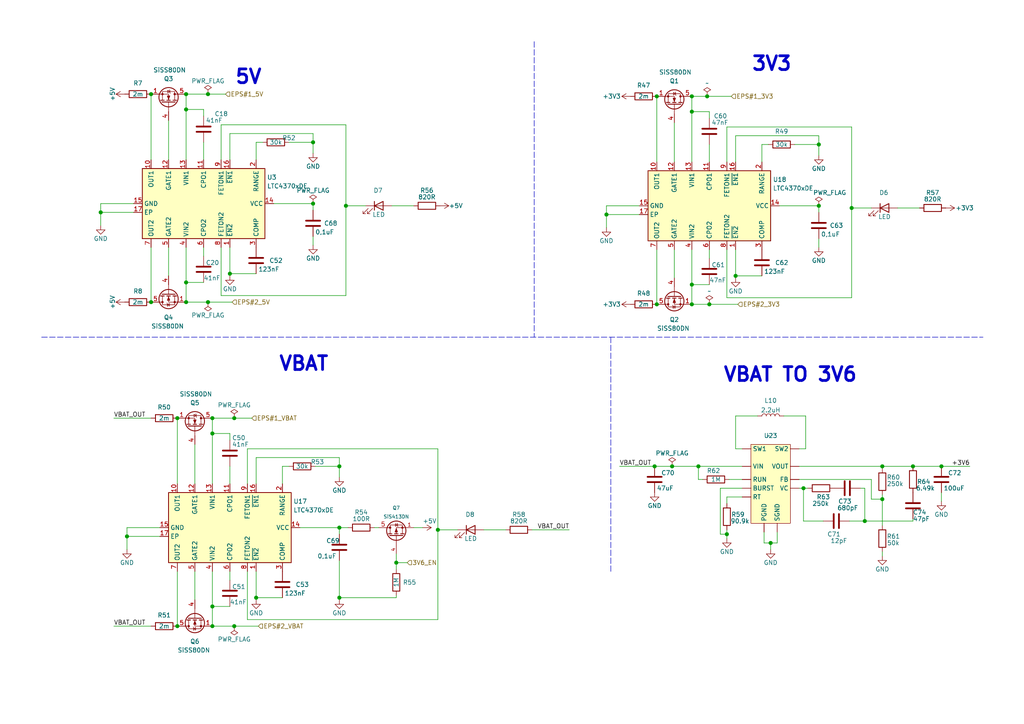
<source format=kicad_sch>
(kicad_sch (version 20210621) (generator eeschema)
  (paper "A4")
  (lib_symbols
    (symbol "Device:C" (pin_numbers hide) (pin_names (offset 0.254))
      (property "Reference" "C" (at 0.635 2.54 0))
      (property "Value" "C" (at 0.635 -2.54 0))
      (symbol "C_0_1"
        (polyline (pts (xy -2.032 -0.762) (xy 2.032 -0.762)) (stroke (width 0.508)))
        (polyline (pts (xy -2.032 0.762) (xy 2.032 0.762)) (stroke (width 0.508)))
      )
      (symbol "C_1_1"
        (pin passive line (at 0 3.81 270) (length 2.794) (name "~") (number "1"))
        (pin passive line (at 0 -3.81 90) (length 2.794) (name "~") (number "2"))
      )
    )
    (symbol "Device:L" (pin_numbers hide) (pin_names (offset 1.016) hide)
      (property "Reference" "L" (at -1.27 0 90))
      (property "Value" "L" (at 1.905 0 90))
      (symbol "L_0_1"
        (arc (start 0 -2.54) (end 0 -1.27) (radius (at 0 -1.905) (length 0.635) (angles -89.9 89.9)))
        (arc (start 0 -1.27) (end 0 0) (radius (at 0 -0.635) (length 0.635) (angles -89.9 89.9)))
        (arc (start 0 0) (end 0 1.27) (radius (at 0 0.635) (length 0.635) (angles -89.9 89.9)))
        (arc (start 0 1.27) (end 0 2.54) (radius (at 0 1.905) (length 0.635) (angles -89.9 89.9)))
      )
      (symbol "L_1_1"
        (pin passive line (at 0 3.81 270) (length 1.27) (name "1") (number "1"))
        (pin passive line (at 0 -3.81 90) (length 1.27) (name "2") (number "2"))
      )
    )
    (symbol "Device:LED" (pin_numbers hide) (pin_names (offset 1.016) hide)
      (property "Reference" "D" (at 0 2.54 0))
      (property "Value" "LED" (at 0 -2.54 0))
      (symbol "LED_0_1"
        (polyline (pts (xy -1.27 -1.27) (xy -1.27 1.27)) (stroke (width 0.254)))
        (polyline (pts (xy -1.27 0) (xy 1.27 0)))
        (polyline (pts (xy 1.27 -1.27) (xy 1.27 1.27) (xy -1.27 0) (xy 1.27 -1.27)) (stroke (width 0.254)))
        (polyline (pts (xy -3.048 -0.762) (xy -4.572 -2.286) (xy -3.81 -2.286) (xy -4.572 -2.286) (xy -4.572 -1.524)))
        (polyline (pts (xy -1.778 -0.762) (xy -3.302 -2.286) (xy -2.54 -2.286) (xy -3.302 -2.286) (xy -3.302 -1.524)))
      )
      (symbol "LED_1_1"
        (pin passive line (at -3.81 0 0) (length 2.54) (name "K") (number "1"))
        (pin passive line (at 3.81 0 180) (length 2.54) (name "A") (number "2"))
      )
    )
    (symbol "Device:R" (pin_numbers hide) (pin_names (offset 0))
      (property "Reference" "R" (at 2.032 0 90))
      (property "Value" "R" (at 0 0 90))
      (symbol "R_0_1"
        (rectangle (start -1.016 -2.54) (end 1.016 2.54) (stroke (width 0.254)))
      )
      (symbol "R_1_1"
        (pin passive line (at 0 3.81 270) (length 1.27) (name "~") (number "1"))
        (pin passive line (at 0 -3.81 90) (length 1.27) (name "~") (number "2"))
      )
    )
    (symbol "Power_Management:LTC4370xDE"
      (property "Reference" "U" (at -8.89 19.05 0))
      (property "Value" "LTC4370xDE" (at 7.62 19.05 0))
      (symbol "LTC4370xDE_0_1"
        (rectangle (start -10.16 17.78) (end 10.16 -17.78) (stroke (width 0.254)) (fill (type background)))
      )
      (symbol "LTC4370xDE_1_1"
        (pin input line (at 12.7 7.62 180) (length 2.54) (name "~{EN2}") (number "1"))
        (pin input line (at -12.7 -15.24 0) (length 2.54) (name "OUT1") (number "10"))
        (pin passive line (at -12.7 0 0) (length 2.54) (name "CPO1") (number "11"))
        (pin output line (at -12.7 -10.16 0) (length 2.54) (name "GATE1") (number "12"))
        (pin power_in line (at -12.7 -5.08 0) (length 2.54) (name "VIN1") (number "13"))
        (pin power_in line (at 0 20.32 270) (length 2.54) (name "VCC") (number "14"))
        (pin power_in line (at 0 -20.32 90) (length 2.54) (name "GND") (number "15"))
        (pin input line (at -12.7 7.62 0) (length 2.54) (name "~{EN1}") (number "16"))
        (pin passive line (at 2.54 -20.32 90) (length 2.54) (name "EP") (number "17"))
        (pin passive line (at -12.7 15.24 0) (length 2.54) (name "RANGE") (number "2"))
        (pin passive line (at 12.7 15.24 180) (length 2.54) (name "COMP") (number "3"))
        (pin power_in line (at 12.7 -5.08 180) (length 2.54) (name "VIN2") (number "4"))
        (pin output line (at 12.7 -10.16 180) (length 2.54) (name "GATE2") (number "5"))
        (pin passive line (at 12.7 0 180) (length 2.54) (name "CPO2") (number "6"))
        (pin input line (at 12.7 -15.24 180) (length 2.54) (name "OUT2") (number "7"))
        (pin open_collector line (at 12.7 5.08 180) (length 2.54) (name "FETON2") (number "8"))
        (pin open_collector line (at -12.7 5.08 0) (length 2.54) (name "FETON1") (number "9"))
      )
    )
    (symbol "TCY_transistors:SiS413DN" (pin_names hide)
      (property "Reference" "Q" (at 8.89 2.54 0))
      (property "Value" "SiS413DN" (at 8.89 0 0))
      (symbol "SiS413DN_0_1"
        (circle (center -0.889 0) (radius 2.794) (stroke (width 0.254)))
        (circle (center 0 -1.778) (radius 0.254) (fill (type outline)))
        (circle (center 0 1.778) (radius 0.254) (fill (type outline)))
        (polyline (pts (xy -2.286 0) (xy -5.08 0)))
        (polyline (pts (xy -2.286 1.905) (xy -2.286 -1.905)) (stroke (width 0.254)))
        (polyline (pts (xy -1.778 -1.27) (xy -1.778 -2.286)) (stroke (width 0.254)))
        (polyline (pts (xy -1.778 0.508) (xy -1.778 -0.508)) (stroke (width 0.254)))
        (polyline (pts (xy -1.778 2.286) (xy -1.778 1.27)) (stroke (width 0.254)))
        (polyline (pts (xy 0 2.54) (xy 0 1.778)))
        (polyline (pts (xy 0 -2.54) (xy 0 0) (xy -1.778 0)))
        (polyline (pts (xy -1.778 1.778) (xy 0.762 1.778) (xy 0.762 -1.778) (xy -1.778 -1.778)))
        (polyline (pts (xy 0.254 -0.508) (xy 0.381 -0.381) (xy 1.143 -0.381) (xy 1.27 -0.254)))
        (polyline (pts (xy 0.762 -0.381) (xy 0.381 0.254) (xy 1.143 0.254) (xy 0.762 -0.381)))
        (polyline (pts (xy -0.254 0) (xy -1.27 0.381) (xy -1.27 -0.381) (xy -0.254 0)) (fill (type outline)))
      )
      (symbol "SiS413DN_1_1"
        (pin passive line (at 0 -5.08 90) (length 2.54) (name "S") (number "1"))
        (pin passive line (at 0 -5.08 90) (length 2.54) hide (name "S") (number "2"))
        (pin passive line (at 0 -5.08 90) (length 2.54) hide (name "S") (number "3"))
        (pin passive line (at -7.62 0 0) (length 2.54) (name "G") (number "4"))
        (pin passive line (at 0 5.08 270) (length 2.54) (name "D") (number "5"))
      )
    )
    (symbol "Transistor_FET:SiS454DN" (pin_names hide)
      (property "Reference" "Q" (at 5.08 1.905 0))
      (property "Value" "SiS454DN" (at 5.08 0 0))
      (symbol "SiS454DN_0_1"
        (circle (center 1.651 0) (radius 2.794) (stroke (width 0.254)))
        (circle (center 2.54 -1.778) (radius 0.254) (fill (type outline)))
        (circle (center 2.54 1.778) (radius 0.254) (fill (type outline)))
        (polyline (pts (xy 0.254 0) (xy -2.54 0)))
        (polyline (pts (xy 0.254 1.905) (xy 0.254 -1.905)) (stroke (width 0.254)))
        (polyline (pts (xy 0.762 -1.27) (xy 0.762 -2.286)) (stroke (width 0.254)))
        (polyline (pts (xy 0.762 0.508) (xy 0.762 -0.508)) (stroke (width 0.254)))
        (polyline (pts (xy 0.762 2.286) (xy 0.762 1.27)) (stroke (width 0.254)))
        (polyline (pts (xy 2.54 2.54) (xy 2.54 1.778)))
        (polyline (pts (xy 2.54 -2.54) (xy 2.54 0) (xy 0.762 0)))
        (polyline (pts (xy 0.762 -1.778) (xy 3.302 -1.778) (xy 3.302 1.778) (xy 0.762 1.778)))
        (polyline (pts (xy 2.794 0.508) (xy 2.921 0.381) (xy 3.683 0.381) (xy 3.81 0.254)))
        (polyline (pts (xy 3.302 0.381) (xy 2.921 -0.254) (xy 3.683 -0.254) (xy 3.302 0.381)))
        (polyline (pts (xy 1.016 0) (xy 2.032 0.381) (xy 2.032 -0.381) (xy 1.016 0)) (fill (type outline)))
      )
      (symbol "SiS454DN_1_1"
        (pin passive line (at 2.54 -5.08 90) (length 2.54) (name "S") (number "1"))
        (pin passive line (at 2.54 -5.08 90) (length 2.54) hide (name "S") (number "2"))
        (pin passive line (at 2.54 -5.08 90) (length 2.54) hide (name "S") (number "3"))
        (pin input line (at -5.08 0 0) (length 2.54) (name "G") (number "4"))
        (pin passive line (at 2.54 5.08 270) (length 2.54) (name "D") (number "5"))
      )
    )
    (symbol "comm:LTC3113"
      (property "Reference" "U" (at 0 17.78 0))
      (property "Value" "LTC3113" (at 0 15.24 0))
      (symbol "LTC3113_0_1"
        (rectangle (start 6.35 -10.16) (end -5.08 12.7) (stroke (width 0.1524)) (fill (type background)))
      )
      (symbol "LTC3113_1_1"
        (pin input line (at -7.62 0 0) (length 2.54) (name "BURST") (number ""))
        (pin input line (at 8.89 2.54 180) (length 2.54) (name "FB") (number ""))
        (pin power_out line (at -1.27 -12.7 90) (length 2.54) (name "PGND") (number ""))
        (pin input line (at -7.62 -2.54 0) (length 2.54) (name "RT") (number ""))
        (pin input line (at -7.62 2.54 0) (length 2.54) (name "RUN") (number ""))
        (pin power_out line (at 2.54 -12.7 90) (length 2.54) (name "SGND") (number ""))
        (pin input line (at -7.62 11.43 0) (length 2.54) (name "SW1") (number ""))
        (pin input line (at 8.89 11.43 180) (length 2.54) (name "SW2") (number ""))
        (pin input line (at 8.89 0 180) (length 2.54) (name "VC") (number ""))
        (pin power_in line (at -7.62 6.35 0) (length 2.54) (name "VIN") (number ""))
        (pin power_out line (at 8.89 6.35 180) (length 2.54) (name "VOUT") (number ""))
      )
    )
    (symbol "power:+3V3" (power) (pin_names (offset 0))
      (property "Value" "+3V3" (at 0 3.556 0))
      (symbol "+3V3_0_1"
        (polyline (pts (xy -0.762 1.27) (xy 0 2.54)))
        (polyline (pts (xy 0 0) (xy 0 2.54)))
        (polyline (pts (xy 0 2.54) (xy 0.762 1.27)))
      )
      (symbol "+3V3_1_1"
        (pin power_in line (at 0 0 90) (length 0) hide (name "+3V3") (number "1"))
      )
    )
    (symbol "power:+5V" (power) (pin_names (offset 0))
      (property "Value" "+5V" (at 0 3.556 0))
      (symbol "+5V_0_1"
        (polyline (pts (xy -0.762 1.27) (xy 0 2.54)))
        (polyline (pts (xy 0 0) (xy 0 2.54)))
        (polyline (pts (xy 0 2.54) (xy 0.762 1.27)))
      )
      (symbol "+5V_1_1"
        (pin power_in line (at 0 0 90) (length 0) hide (name "+5V") (number "1"))
      )
    )
    (symbol "power:GND" (power) (pin_names (offset 0))
      (property "Value" "GND" (at 0 -3.81 0))
      (symbol "GND_0_1"
        (polyline (pts (xy 0 0) (xy 0 -1.27) (xy 1.27 -1.27) (xy 0 -2.54) (xy -1.27 -1.27) (xy 0 -1.27)))
      )
      (symbol "GND_1_1"
        (pin power_in line (at 0 0 270) (length 0) hide (name "GND") (number "1"))
      )
    )
    (symbol "power:PWR_FLAG" (power) (pin_numbers hide) (pin_names (offset 0) hide)
      (property "Value" "PWR_FLAG" (at 0 3.81 0))
      (symbol "PWR_FLAG_0_0"
        (pin power_out line (at 0 0 90) (length 0) (name "pwr") (number "1"))
      )
      (symbol "PWR_FLAG_0_1"
        (polyline (pts (xy 0 0) (xy 0 1.27) (xy -1.016 1.905) (xy 0 2.54) (xy 1.016 1.905) (xy 0 1.27)))
      )
    )
  )
  (junction (at 29.21 61.595) (diameter 1.016))
  (junction (at 36.83 155.575) (diameter 1.016))
  (junction (at 43.815 27.305) (diameter 1.016))
  (junction (at 43.815 87.63) (diameter 1.016))
  (junction (at 51.435 121.285) (diameter 1.016))
  (junction (at 51.435 181.61) (diameter 1.016))
  (junction (at 53.975 27.305) (diameter 1.016))
  (junction (at 53.975 31.75) (diameter 1.016))
  (junction (at 53.975 81.915) (diameter 1.016))
  (junction (at 53.975 87.63) (diameter 1.016))
  (junction (at 60.325 27.305) (diameter 1.016))
  (junction (at 60.325 87.63) (diameter 1.016))
  (junction (at 61.595 121.285) (diameter 1.016))
  (junction (at 61.595 125.73) (diameter 1.016))
  (junction (at 61.595 175.895) (diameter 1.016))
  (junction (at 61.595 181.61) (diameter 1.016))
  (junction (at 66.675 79.375) (diameter 1.016))
  (junction (at 67.945 121.285) (diameter 1.016))
  (junction (at 67.945 181.61) (diameter 1.016))
  (junction (at 74.295 173.355) (diameter 1.016))
  (junction (at 90.805 41.275) (diameter 1.016))
  (junction (at 90.805 59.055) (diameter 1.016))
  (junction (at 98.425 135.255) (diameter 1.016))
  (junction (at 98.425 153.035) (diameter 1.016))
  (junction (at 98.425 173.355) (diameter 1.016))
  (junction (at 100.33 59.69) (diameter 1.016))
  (junction (at 114.935 163.195) (diameter 1.016))
  (junction (at 127 153.67) (diameter 1.016))
  (junction (at 175.895 62.23) (diameter 1.016))
  (junction (at 189.865 135.255) (diameter 1.016))
  (junction (at 190.5 27.94) (diameter 1.016))
  (junction (at 190.5 88.265) (diameter 1.016))
  (junction (at 194.945 135.255) (diameter 1.016))
  (junction (at 200.66 27.94) (diameter 1.016))
  (junction (at 200.66 32.385) (diameter 1.016))
  (junction (at 200.66 82.55) (diameter 1.016))
  (junction (at 200.66 88.265) (diameter 1.016))
  (junction (at 202.565 135.255) (diameter 1.016))
  (junction (at 205.105 27.94) (diameter 1.016))
  (junction (at 205.74 88.265) (diameter 1.016))
  (junction (at 210.82 154.94) (diameter 1.016))
  (junction (at 213.36 80.01) (diameter 1.016))
  (junction (at 223.52 157.48) (diameter 1.016))
  (junction (at 233.045 141.605) (diameter 1.016))
  (junction (at 237.49 41.91) (diameter 1.016))
  (junction (at 237.49 59.69) (diameter 1.016))
  (junction (at 247.015 60.325) (diameter 1.016))
  (junction (at 250.825 151.13) (diameter 1.016))
  (junction (at 255.905 135.255) (diameter 1.016))
  (junction (at 255.905 144.78) (diameter 1.016))
  (junction (at 264.795 135.255) (diameter 1.016))
  (junction (at 273.05 135.255) (diameter 1.016))
  (wire (pts (xy 29.21 59.055) (xy 29.21 61.595)))
  (wire (pts (xy 29.21 61.595) (xy 29.21 65.405)))
  (wire (pts (xy 33.02 121.285) (xy 43.815 121.285)))
  (wire (pts (xy 33.02 181.61) (xy 43.815 181.61)))
  (wire (pts (xy 36.83 153.035) (xy 36.83 155.575)))
  (wire (pts (xy 36.83 155.575) (xy 36.83 159.385)))
  (wire (pts (xy 38.735 59.055) (xy 29.21 59.055)))
  (wire (pts (xy 38.735 61.595) (xy 29.21 61.595)))
  (wire (pts (xy 43.815 27.305) (xy 43.815 46.355)))
  (wire (pts (xy 43.815 71.755) (xy 43.815 87.63)))
  (wire (pts (xy 46.355 153.035) (xy 36.83 153.035)))
  (wire (pts (xy 46.355 155.575) (xy 36.83 155.575)))
  (wire (pts (xy 48.895 34.925) (xy 48.895 46.355)))
  (wire (pts (xy 48.895 71.755) (xy 48.895 80.01)))
  (wire (pts (xy 51.435 121.285) (xy 51.435 140.335)))
  (wire (pts (xy 51.435 165.735) (xy 51.435 181.61)))
  (wire (pts (xy 53.975 27.305) (xy 53.975 31.75)))
  (wire (pts (xy 53.975 27.305) (xy 60.325 27.305)))
  (wire (pts (xy 53.975 31.75) (xy 53.975 46.355)))
  (wire (pts (xy 53.975 71.755) (xy 53.975 81.915)))
  (wire (pts (xy 53.975 81.915) (xy 53.975 87.63)))
  (wire (pts (xy 53.975 81.915) (xy 59.055 81.915)))
  (wire (pts (xy 53.975 87.63) (xy 60.325 87.63)))
  (wire (pts (xy 56.515 128.905) (xy 56.515 140.335)))
  (wire (pts (xy 56.515 165.735) (xy 56.515 173.99)))
  (wire (pts (xy 59.055 31.75) (xy 53.975 31.75)))
  (wire (pts (xy 59.055 33.655) (xy 59.055 31.75)))
  (wire (pts (xy 59.055 41.275) (xy 59.055 46.355)))
  (wire (pts (xy 59.055 71.755) (xy 59.055 74.295)))
  (wire (pts (xy 60.325 27.305) (xy 65.405 27.305)))
  (wire (pts (xy 60.325 87.63) (xy 67.31 87.63)))
  (wire (pts (xy 61.595 121.285) (xy 61.595 125.73)))
  (wire (pts (xy 61.595 121.285) (xy 67.945 121.285)))
  (wire (pts (xy 61.595 125.73) (xy 61.595 140.335)))
  (wire (pts (xy 61.595 165.735) (xy 61.595 175.895)))
  (wire (pts (xy 61.595 175.895) (xy 61.595 181.61)))
  (wire (pts (xy 61.595 175.895) (xy 66.675 175.895)))
  (wire (pts (xy 61.595 181.61) (xy 67.945 181.61)))
  (wire (pts (xy 64.135 36.195) (xy 64.135 46.355)))
  (wire (pts (xy 64.135 36.195) (xy 100.33 36.195)))
  (wire (pts (xy 64.135 71.755) (xy 64.135 85.725)))
  (wire (pts (xy 64.135 85.725) (xy 100.33 85.725)))
  (wire (pts (xy 66.675 38.735) (xy 66.675 46.355)))
  (wire (pts (xy 66.675 38.735) (xy 90.805 38.735)))
  (wire (pts (xy 66.675 71.755) (xy 66.675 79.375)))
  (wire (pts (xy 66.675 79.375) (xy 66.675 80.01)))
  (wire (pts (xy 66.675 125.73) (xy 61.595 125.73)))
  (wire (pts (xy 66.675 127.635) (xy 66.675 125.73)))
  (wire (pts (xy 66.675 135.255) (xy 66.675 140.335)))
  (wire (pts (xy 66.675 165.735) (xy 66.675 168.275)))
  (wire (pts (xy 67.945 121.285) (xy 73.025 121.285)))
  (wire (pts (xy 67.945 181.61) (xy 74.93 181.61)))
  (wire (pts (xy 71.755 130.175) (xy 71.755 140.335)))
  (wire (pts (xy 71.755 130.175) (xy 127 130.175)))
  (wire (pts (xy 71.755 165.735) (xy 71.755 179.705)))
  (wire (pts (xy 71.755 179.705) (xy 127 179.705)))
  (wire (pts (xy 74.295 41.275) (xy 76.2 41.275)))
  (wire (pts (xy 74.295 46.355) (xy 74.295 41.275)))
  (wire (pts (xy 74.295 79.375) (xy 66.675 79.375)))
  (wire (pts (xy 74.295 132.715) (xy 74.295 140.335)))
  (wire (pts (xy 74.295 132.715) (xy 98.425 132.715)))
  (wire (pts (xy 74.295 165.735) (xy 74.295 173.355)))
  (wire (pts (xy 74.295 173.355) (xy 74.295 173.99)))
  (wire (pts (xy 79.375 59.055) (xy 90.805 59.055)))
  (wire (pts (xy 81.915 135.255) (xy 83.82 135.255)))
  (wire (pts (xy 81.915 140.335) (xy 81.915 135.255)))
  (wire (pts (xy 81.915 173.355) (xy 74.295 173.355)))
  (wire (pts (xy 83.82 41.275) (xy 90.805 41.275)))
  (wire (pts (xy 86.995 153.035) (xy 98.425 153.035)))
  (wire (pts (xy 90.805 38.735) (xy 90.805 41.275)))
  (wire (pts (xy 90.805 41.275) (xy 90.805 44.45)))
  (wire (pts (xy 90.805 59.055) (xy 90.805 60.96)))
  (wire (pts (xy 90.805 68.58) (xy 90.805 71.12)))
  (wire (pts (xy 91.44 135.255) (xy 98.425 135.255)))
  (wire (pts (xy 98.425 132.715) (xy 98.425 135.255)))
  (wire (pts (xy 98.425 135.255) (xy 98.425 138.43)))
  (wire (pts (xy 98.425 153.035) (xy 98.425 154.94)))
  (wire (pts (xy 98.425 153.035) (xy 100.965 153.035)))
  (wire (pts (xy 98.425 162.56) (xy 98.425 173.355)))
  (wire (pts (xy 98.425 173.355) (xy 98.425 173.99)))
  (wire (pts (xy 98.425 173.355) (xy 114.935 173.355)))
  (wire (pts (xy 100.33 36.195) (xy 100.33 59.69)))
  (wire (pts (xy 100.33 59.69) (xy 100.33 85.725)))
  (wire (pts (xy 106.045 59.69) (xy 100.33 59.69)))
  (wire (pts (xy 108.585 153.035) (xy 109.855 153.035)))
  (wire (pts (xy 113.665 59.69) (xy 120.015 59.69)))
  (wire (pts (xy 114.935 160.655) (xy 114.935 163.195)))
  (wire (pts (xy 114.935 163.195) (xy 114.935 165.1)))
  (wire (pts (xy 114.935 163.195) (xy 118.11 163.195)))
  (wire (pts (xy 114.935 172.72) (xy 114.935 173.355)))
  (wire (pts (xy 120.015 153.035) (xy 122.555 153.035)))
  (wire (pts (xy 127 130.175) (xy 127 153.67)))
  (wire (pts (xy 127 179.705) (xy 127 153.67)))
  (wire (pts (xy 132.715 153.67) (xy 127 153.67)))
  (wire (pts (xy 140.335 153.67) (xy 146.685 153.67)))
  (wire (pts (xy 165.1 153.67) (xy 154.305 153.67)))
  (wire (pts (xy 175.895 59.69) (xy 175.895 62.23)))
  (wire (pts (xy 175.895 62.23) (xy 175.895 66.04)))
  (wire (pts (xy 179.705 135.255) (xy 189.865 135.255)))
  (wire (pts (xy 185.42 59.69) (xy 175.895 59.69)))
  (wire (pts (xy 185.42 62.23) (xy 175.895 62.23)))
  (wire (pts (xy 189.865 135.255) (xy 194.945 135.255)))
  (wire (pts (xy 190.5 27.94) (xy 190.5 46.99)))
  (wire (pts (xy 190.5 72.39) (xy 190.5 88.265)))
  (wire (pts (xy 194.945 135.255) (xy 202.565 135.255)))
  (wire (pts (xy 195.58 35.56) (xy 195.58 46.99)))
  (wire (pts (xy 195.58 72.39) (xy 195.58 80.645)))
  (wire (pts (xy 200.66 27.94) (xy 200.66 32.385)))
  (wire (pts (xy 200.66 27.94) (xy 205.105 27.94)))
  (wire (pts (xy 200.66 32.385) (xy 200.66 46.99)))
  (wire (pts (xy 200.66 72.39) (xy 200.66 82.55)))
  (wire (pts (xy 200.66 82.55) (xy 200.66 88.265)))
  (wire (pts (xy 200.66 82.55) (xy 205.74 82.55)))
  (wire (pts (xy 200.66 88.265) (xy 205.74 88.265)))
  (wire (pts (xy 202.565 135.255) (xy 215.265 135.255)))
  (wire (pts (xy 202.565 139.065) (xy 202.565 135.255)))
  (wire (pts (xy 203.835 139.065) (xy 202.565 139.065)))
  (wire (pts (xy 205.105 27.94) (xy 212.09 27.94)))
  (wire (pts (xy 205.74 32.385) (xy 200.66 32.385)))
  (wire (pts (xy 205.74 34.29) (xy 205.74 32.385)))
  (wire (pts (xy 205.74 41.91) (xy 205.74 46.99)))
  (wire (pts (xy 205.74 72.39) (xy 205.74 74.93)))
  (wire (pts (xy 205.74 88.265) (xy 213.995 88.265)))
  (wire (pts (xy 208.915 141.605) (xy 208.915 154.94)))
  (wire (pts (xy 208.915 154.94) (xy 210.82 154.94)))
  (wire (pts (xy 210.82 36.83) (xy 210.82 46.99)))
  (wire (pts (xy 210.82 36.83) (xy 247.015 36.83)))
  (wire (pts (xy 210.82 72.39) (xy 210.82 86.36)))
  (wire (pts (xy 210.82 86.36) (xy 247.015 86.36)))
  (wire (pts (xy 210.82 144.145) (xy 215.265 144.145)))
  (wire (pts (xy 210.82 146.05) (xy 210.82 144.145)))
  (wire (pts (xy 210.82 153.67) (xy 210.82 154.94)))
  (wire (pts (xy 210.82 154.94) (xy 210.82 156.21)))
  (wire (pts (xy 211.455 139.065) (xy 215.265 139.065)))
  (wire (pts (xy 213.36 39.37) (xy 213.36 46.99)))
  (wire (pts (xy 213.36 39.37) (xy 237.49 39.37)))
  (wire (pts (xy 213.36 72.39) (xy 213.36 80.01)))
  (wire (pts (xy 213.36 80.01) (xy 213.36 80.645)))
  (wire (pts (xy 213.36 120.65) (xy 219.71 120.65)))
  (wire (pts (xy 213.36 130.175) (xy 213.36 120.65)))
  (wire (pts (xy 215.265 130.175) (xy 213.36 130.175)))
  (wire (pts (xy 215.265 141.605) (xy 208.915 141.605)))
  (wire (pts (xy 220.98 41.91) (xy 222.885 41.91)))
  (wire (pts (xy 220.98 46.99) (xy 220.98 41.91)))
  (wire (pts (xy 220.98 80.01) (xy 213.36 80.01)))
  (wire (pts (xy 221.615 154.305) (xy 221.615 157.48)))
  (wire (pts (xy 221.615 157.48) (xy 223.52 157.48)))
  (wire (pts (xy 223.52 157.48) (xy 223.52 159.385)))
  (wire (pts (xy 223.52 157.48) (xy 225.425 157.48)))
  (wire (pts (xy 225.425 154.305) (xy 225.425 157.48)))
  (wire (pts (xy 226.06 59.69) (xy 237.49 59.69)))
  (wire (pts (xy 230.505 41.91) (xy 237.49 41.91)))
  (wire (pts (xy 231.775 130.175) (xy 233.68 130.175)))
  (wire (pts (xy 231.775 135.255) (xy 255.905 135.255)))
  (wire (pts (xy 231.775 139.065) (xy 252.73 139.065)))
  (wire (pts (xy 231.775 141.605) (xy 233.045 141.605)))
  (wire (pts (xy 233.045 141.605) (xy 234.315 141.605)))
  (wire (pts (xy 233.045 151.13) (xy 233.045 141.605)))
  (wire (pts (xy 233.68 120.65) (xy 227.33 120.65)))
  (wire (pts (xy 233.68 130.175) (xy 233.68 120.65)))
  (wire (pts (xy 237.49 39.37) (xy 237.49 41.91)))
  (wire (pts (xy 237.49 41.91) (xy 237.49 45.085)))
  (wire (pts (xy 237.49 59.69) (xy 237.49 61.595)))
  (wire (pts (xy 237.49 69.215) (xy 237.49 71.755)))
  (wire (pts (xy 238.76 151.13) (xy 233.045 151.13)))
  (wire (pts (xy 246.38 151.13) (xy 250.825 151.13)))
  (wire (pts (xy 247.015 36.83) (xy 247.015 60.325)))
  (wire (pts (xy 247.015 60.325) (xy 247.015 86.36)))
  (wire (pts (xy 249.555 141.605) (xy 250.825 141.605)))
  (wire (pts (xy 250.825 141.605) (xy 250.825 151.13)))
  (wire (pts (xy 250.825 151.13) (xy 264.795 151.13)))
  (wire (pts (xy 252.73 60.325) (xy 247.015 60.325)))
  (wire (pts (xy 252.73 139.065) (xy 252.73 144.78)))
  (wire (pts (xy 252.73 144.78) (xy 255.905 144.78)))
  (wire (pts (xy 255.905 135.255) (xy 255.905 135.89)))
  (wire (pts (xy 255.905 135.255) (xy 264.795 135.255)))
  (wire (pts (xy 255.905 143.51) (xy 255.905 144.78)))
  (wire (pts (xy 255.905 144.78) (xy 255.905 152.4)))
  (wire (pts (xy 255.905 160.02) (xy 255.905 161.29)))
  (wire (pts (xy 260.35 60.325) (xy 266.7 60.325)))
  (wire (pts (xy 264.795 135.255) (xy 273.05 135.255)))
  (wire (pts (xy 264.795 151.13) (xy 264.795 150.495)))
  (wire (pts (xy 273.05 135.255) (xy 281.305 135.255)))
  (wire (pts (xy 273.05 142.875) (xy 273.05 145.415)))
  (polyline (pts (xy 12.065 97.79) (xy 285.115 97.79)) (stroke (width 0) (type dash)))
  (polyline (pts (xy 154.94 12.065) (xy 154.94 97.79)) (stroke (width 0) (type dash)))
  (polyline (pts (xy 177.165 97.79) (xy 177.165 165.735)) (stroke (width 0) (type dash)))
  (text "5V" (at 67.945 24.765 0) (effects (font (size 4 4) (thickness 0.8) bold) (justify left bottom)))
  (text "VBAT" (at 80.645 107.95 0) (effects (font (size 4 4) (thickness 0.8) bold) (justify left bottom)))
  (text "VBAT TO 3V6" (at 209.55 111.125 0) (effects (font (size 4 4) (thickness 0.8) bold) (justify left bottom)))
  (text "3V3\n" (at 217.805 20.955 0) (effects (font (size 4 4) (thickness 0.8) bold) (justify left bottom)))
  (label "VBAT_OUT" (at 33.02 121.285 0))
  (label "VBAT_OUT" (at 33.02 181.61 0))
  (label "VBAT_OUT" (at 165.1 153.67 180))
  (label "VBAT_OUT" (at 179.705 135.255 0))
  (label "+3V6" (at 281.305 135.255 180))
  (hierarchical_label "EPS#1_5V" (shape input) (at 65.405 27.305 0))
  (hierarchical_label "EPS#2_5V" (shape input) (at 67.31 87.63 0))
  (hierarchical_label "EPS#1_VBAT" (shape input) (at 73.025 121.285 0))
  (hierarchical_label "EPS#2_VBAT" (shape input) (at 74.93 181.61 0))
  (hierarchical_label "3V6_EN" (shape input) (at 118.11 163.195 0))
  (hierarchical_label "EPS#1_3V3" (shape input) (at 212.09 27.94 0))
  (hierarchical_label "EPS#2_3V3" (shape input) (at 213.995 88.265 0))
  (symbol (lib_id "power:+5V") (at 36.195 27.305 90) (unit 1)
    (property "Reference" "#PWR05" (effects hide))
    (property "Value" "+5V" (at 32.639 27.305 0))
  )
  (symbol (lib_id "power:+5V") (at 36.195 87.63 90) (unit 1)
    (property "Reference" "#PWR06" (effects hide))
    (property "Value" "+5V" (at 32.639 87.63 0))
  )
  (symbol (lib_id "power:+5V") (at 122.555 153.035 270) (unit 1)
    (property "Reference" "#PWR014" (effects hide))
    (property "Value" "+5V" (at 122.555 151.1299 90) (effects (justify left)))
  )
  (symbol (lib_id "power:+5V") (at 127.635 59.69 270) (unit 1)
    (property "Reference" "#PWR015" (effects hide))
    (property "Value" "+5V" (at 130.175 59.6899 90) (effects (justify left)))
  )
  (symbol (lib_id "power:+3V3") (at 182.88 27.94 90) (unit 1)
    (property "Reference" "#PWR0159" (effects hide))
    (property "Value" "+3V3" (at 177.419 27.94 90))
  )
  (symbol (lib_id "power:+3V3") (at 182.88 88.265 90) (unit 1)
    (property "Reference" "#PWR0160" (effects hide))
    (property "Value" "+3V3" (at 177.419 88.265 90))
  )
  (symbol (lib_id "power:+3V3") (at 274.32 60.325 270) (unit 1)
    (property "Reference" "#PWR0164" (effects hide))
    (property "Value" "+3V3" (at 279.781 60.325 90))
  )
  (symbol (lib_id "power:PWR_FLAG") (at 60.325 27.305 0) (unit 1)
    (property "Reference" "#FLG02" (effects hide))
    (property "Value" "PWR_FLAG" (at 60.325 23.495 0))
  )
  (symbol (lib_id "power:PWR_FLAG") (at 60.325 87.63 180) (unit 1)
    (property "Reference" "#FLG03" (effects hide))
    (property "Value" "PWR_FLAG" (at 60.325 91.44 0))
  )
  (symbol (lib_id "power:PWR_FLAG") (at 67.945 121.285 0) (unit 1)
    (property "Reference" "#FLG04" (effects hide))
    (property "Value" "PWR_FLAG" (at 67.945 117.475 0))
  )
  (symbol (lib_id "power:PWR_FLAG") (at 67.945 181.61 180) (unit 1)
    (property "Reference" "#FLG05" (effects hide))
    (property "Value" "PWR_FLAG" (at 67.945 185.42 0))
  )
  (symbol (lib_id "power:PWR_FLAG") (at 90.805 59.055 0) (unit 1)
    (property "Reference" "#FLG06" (effects hide))
    (property "Value" "PWR_FLAG" (at 90.805 55.245 0))
  )
  (symbol (lib_id "power:PWR_FLAG") (at 194.945 135.255 0) (unit 1)
    (property "Reference" "#FLG0104" (effects hide))
    (property "Value" "PWR_FLAG" (at 194.945 131.445 0))
  )
  (symbol (lib_id "power:PWR_FLAG") (at 205.105 27.94 0) (unit 1)
    (property "Reference" "#FLG0105" (effects hide))
    (property "Value" "~" (at 205.105 24.13 0))
  )
  (symbol (lib_id "power:PWR_FLAG") (at 205.74 88.265 0) (unit 1)
    (property "Reference" "#FLG0106" (effects hide))
    (property "Value" "~" (at 205.74 84.455 0))
  )
  (symbol (lib_id "power:PWR_FLAG") (at 237.49 59.69 0) (unit 1)
    (property "Reference" "#FLG0107" (effects hide))
    (property "Value" "PWR_FLAG" (at 240.665 55.88 0))
  )
  (symbol (lib_id "power:GND") (at 29.21 65.405 0) (unit 1)
    (property "Reference" "#PWR04" (effects hide))
    (property "Value" "GND" (at 29.21 69.215 0))
  )
  (symbol (lib_id "power:GND") (at 36.83 159.385 0) (unit 1)
    (property "Reference" "#PWR07" (effects hide))
    (property "Value" "GND" (at 36.83 163.195 0))
  )
  (symbol (lib_id "power:GND") (at 66.675 80.01 0) (unit 1)
    (property "Reference" "#PWR08" (effects hide))
    (property "Value" "GND" (at 66.675 83.82 0))
  )
  (symbol (lib_id "power:GND") (at 74.295 173.99 0) (unit 1)
    (property "Reference" "#PWR09" (effects hide))
    (property "Value" "GND" (at 74.295 177.8 0))
  )
  (symbol (lib_id "power:GND") (at 90.805 44.45 0) (unit 1)
    (property "Reference" "#PWR010" (effects hide))
    (property "Value" "GND" (at 90.805 48.26 0))
  )
  (symbol (lib_id "power:GND") (at 90.805 71.12 0) (unit 1)
    (property "Reference" "#PWR011" (effects hide))
    (property "Value" "GND" (at 90.805 74.93 0))
  )
  (symbol (lib_id "power:GND") (at 98.425 138.43 0) (unit 1)
    (property "Reference" "#PWR012" (effects hide))
    (property "Value" "GND" (at 98.425 142.24 0))
  )
  (symbol (lib_id "power:GND") (at 98.425 173.99 0) (unit 1)
    (property "Reference" "#PWR013" (effects hide))
    (property "Value" "GND" (at 98.425 177.8 0))
  )
  (symbol (lib_id "power:GND") (at 175.895 66.04 0) (unit 1)
    (property "Reference" "#PWR0140" (effects hide))
    (property "Value" "GND" (at 175.895 69.85 0))
  )
  (symbol (lib_id "power:GND") (at 189.865 142.875 0) (unit 1)
    (property "Reference" "#PWR016" (effects hide))
    (property "Value" "GND" (at 189.865 146.685 0))
  )
  (symbol (lib_id "power:GND") (at 210.82 156.21 0) (unit 1)
    (property "Reference" "#PWR017" (effects hide))
    (property "Value" "GND" (at 210.82 160.02 0))
  )
  (symbol (lib_id "power:GND") (at 213.36 80.645 0) (unit 1)
    (property "Reference" "#PWR0163" (effects hide))
    (property "Value" "GND" (at 213.36 84.455 0))
  )
  (symbol (lib_id "power:GND") (at 223.52 159.385 0) (unit 1)
    (property "Reference" "#PWR018" (effects hide))
    (property "Value" "GND" (at 223.52 163.195 0))
  )
  (symbol (lib_id "power:GND") (at 237.49 45.085 0) (unit 1)
    (property "Reference" "#PWR0162" (effects hide))
    (property "Value" "GND" (at 237.49 48.895 0))
  )
  (symbol (lib_id "power:GND") (at 237.49 71.755 0) (unit 1)
    (property "Reference" "#PWR0161" (effects hide))
    (property "Value" "GND" (at 237.49 75.565 0))
  )
  (symbol (lib_id "power:GND") (at 255.905 161.29 0) (unit 1)
    (property "Reference" "#PWR019" (effects hide))
    (property "Value" "GND" (at 255.905 165.1 0))
  )
  (symbol (lib_id "power:GND") (at 273.05 145.415 0) (unit 1)
    (property "Reference" "#PWR020" (effects hide))
    (property "Value" "GND" (at 273.05 149.225 0))
  )
  (symbol (lib_id "Device:L") (at 223.52 120.65 90) (unit 1)
    (property "Reference" "L10" (at 223.52 116.1754 90))
    (property "Value" "2.2uH" (at 223.52 118.9505 90))
    (property "Footprint" "Inductor_SMD:L_Taiyo-Yuden_MD-5050" (effects hide))
  )
  (symbol (lib_id "Device:R") (at 40.005 27.305 90) (unit 1)
    (property "Reference" "R7" (at 40.005 24.13 90))
    (property "Value" "2m" (at 40.005 27.305 90))
    (property "Footprint" "Resistor_SMD:R_0603_1608Metric" (effects hide))
  )
  (symbol (lib_id "Device:R") (at 40.005 87.63 90) (unit 1)
    (property "Reference" "R8" (at 40.005 84.455 90))
    (property "Value" "2m" (at 40.005 87.63 90))
    (property "Footprint" "Resistor_SMD:R_0603_1608Metric" (effects hide))
  )
  (symbol (lib_id "Device:R") (at 47.625 121.285 90) (unit 1)
    (property "Reference" "R50" (at 47.625 118.11 90))
    (property "Value" "2m" (at 47.625 121.285 90))
    (property "Footprint" "Resistor_SMD:R_0603_1608Metric" (effects hide))
  )
  (symbol (lib_id "Device:R") (at 47.625 181.61 90) (unit 1)
    (property "Reference" "R51" (at 47.625 178.435 90))
    (property "Value" "2m" (at 47.625 181.61 90))
    (property "Footprint" "Resistor_SMD:R_0603_1608Metric" (effects hide))
  )
  (symbol (lib_id "Device:R") (at 80.01 41.275 270) (unit 1)
    (property "Reference" "R52" (at 83.82 40.005 90))
    (property "Value" "30k" (at 80.01 41.275 90))
    (property "Footprint" "Resistor_SMD:R_0603_1608Metric" (effects hide))
  )
  (symbol (lib_id "Device:R") (at 87.63 135.255 270) (unit 1)
    (property "Reference" "R53" (at 92.075 133.985 90))
    (property "Value" "30k" (at 87.63 135.255 90))
    (property "Footprint" "Resistor_SMD:R_0603_1608Metric" (effects hide))
  )
  (symbol (lib_id "Device:R") (at 104.775 153.035 90) (unit 1)
    (property "Reference" "R54" (at 104.775 148.59 90))
    (property "Value" "100R" (at 104.775 150.495 90))
    (property "Footprint" "Resistor_SMD:R_0603_1608Metric" (effects hide))
  )
  (symbol (lib_id "Device:R") (at 114.935 168.91 0) (unit 1)
    (property "Reference" "R55" (at 116.84 168.9099 0) (effects (justify left)))
    (property "Value" "1M" (at 114.935 168.91 90))
  )
  (symbol (lib_id "Device:R") (at 123.825 59.69 90) (unit 1)
    (property "Reference" "R56" (at 123.825 55.245 90))
    (property "Value" "820R" (at 123.825 57.15 90))
    (property "Footprint" "Resistor_SMD:R_0603_1608Metric" (effects hide))
  )
  (symbol (lib_id "Device:R") (at 150.495 153.67 90) (unit 1)
    (property "Reference" "R58" (at 150.495 149.225 90))
    (property "Value" "820R" (at 150.495 151.13 90))
    (property "Footprint" "Resistor_SMD:R_0603_1608Metric" (effects hide))
  )
  (symbol (lib_id "Device:R") (at 186.69 27.94 90) (unit 1)
    (property "Reference" "R47" (at 186.69 24.765 90))
    (property "Value" "2m" (at 186.69 27.94 90))
    (property "Footprint" "Resistor_SMD:R_0603_1608Metric" (effects hide))
  )
  (symbol (lib_id "Device:R") (at 186.69 88.265 90) (unit 1)
    (property "Reference" "R48" (at 186.69 85.09 90))
    (property "Value" "2m" (at 186.69 88.265 90))
    (property "Footprint" "Resistor_SMD:R_0603_1608Metric" (effects hide))
  )
  (symbol (lib_id "Device:R") (at 207.645 139.065 90) (unit 1)
    (property "Reference" "R62" (at 208.9149 136.525 90) (effects (justify left)))
    (property "Value" "1M" (at 207.645 139.065 90))
  )
  (symbol (lib_id "Device:R") (at 210.82 149.86 0) (unit 1)
    (property "Reference" "R59" (at 212.09 149.2249 0) (effects (justify left)))
    (property "Value" "90.9k" (at 214.63 151.13 0))
  )
  (symbol (lib_id "Device:R") (at 226.695 41.91 270) (unit 1)
    (property "Reference" "R49" (at 226.695 38.1 90))
    (property "Value" "30k" (at 226.695 41.91 90))
    (property "Footprint" "Resistor_SMD:R_0603_1608Metric" (effects hide))
  )
  (symbol (lib_id "Device:R") (at 238.125 141.605 270) (unit 1)
    (property "Reference" "R63" (at 236.855 144.1451 90) (effects (justify left)))
    (property "Value" "250k" (at 235.585 146.0501 90) (effects (justify left)))
  )
  (symbol (lib_id "Device:R") (at 255.905 139.7 0) (unit 1)
    (property "Reference" "R60" (at 257.175 138.4299 0) (effects (justify left)))
    (property "Value" "250k" (at 257.175 140.3349 0) (effects (justify left)))
  )
  (symbol (lib_id "Device:R") (at 255.905 156.21 0) (unit 1)
    (property "Reference" "R61" (at 257.175 155.5749 0) (effects (justify left)))
    (property "Value" "50k" (at 259.08 157.48 0))
  )
  (symbol (lib_id "Device:R") (at 264.795 139.065 180) (unit 1)
    (property "Reference" "R64" (at 269.8749 139.7 0) (effects (justify left)))
    (property "Value" "6.49k" (at 271.1449 141.605 0) (effects (justify left)))
  )
  (symbol (lib_id "Device:R") (at 270.51 60.325 90) (unit 1)
    (property "Reference" "R57" (at 270.51 55.88 90))
    (property "Value" "820R" (at 270.51 57.785 90))
    (property "Footprint" "Resistor_SMD:R_0603_1608Metric" (effects hide))
  )
  (symbol (lib_id "Device:LED") (at 109.855 59.69 0) (unit 1)
    (property "Reference" "D7" (at 109.6645 55.245 0))
    (property "Value" "LED" (at 109.855 62.23 0))
    (property "Footprint" "LED_SMD:LED_0603_1608Metric" (effects hide))
  )
  (symbol (lib_id "Device:LED") (at 136.525 153.67 0) (unit 1)
    (property "Reference" "D8" (at 136.3345 149.225 0))
    (property "Value" "LED" (at 136.525 156.21 0))
    (property "Footprint" "LED_SMD:LED_0603_1608Metric" (effects hide))
  )
  (symbol (lib_id "Device:LED") (at 256.54 60.325 0) (unit 1)
    (property "Reference" "D6" (at 256.3495 55.88 0))
    (property "Value" "LED" (at 256.54 62.865 0))
    (property "Footprint" "LED_SMD:LED_0603_1608Metric" (effects hide))
  )
  (symbol (lib_id "Device:C") (at 59.055 37.465 0) (unit 1)
    (property "Reference" "C18" (at 62.23 33.0199 0) (effects (justify left)))
    (property "Value" "41nF" (at 59.69 34.925 0) (effects (justify left)))
    (property "Footprint" "Capacitor_SMD:C_0603_1608Metric" (effects hide))
  )
  (symbol (lib_id "Device:C") (at 59.055 78.105 0) (unit 1)
    (property "Reference" "C20" (at 59.69 76.1999 0) (effects (justify left)))
    (property "Value" "41nF" (at 59.055 80.645 0) (effects (justify left)))
    (property "Footprint" "Capacitor_SMD:C_0603_1608Metric" (effects hide))
  )
  (symbol (lib_id "Device:C") (at 66.675 131.445 0) (unit 1)
    (property "Reference" "C50" (at 67.31 126.9999 0) (effects (justify left)))
    (property "Value" "41nF" (at 67.31 128.905 0) (effects (justify left)))
    (property "Footprint" "Capacitor_SMD:C_0603_1608Metric" (effects hide))
  )
  (symbol (lib_id "Device:C") (at 66.675 172.085 0) (unit 1)
    (property "Reference" "C51" (at 67.31 170.1799 0) (effects (justify left)))
    (property "Value" "41nF" (at 66.675 174.625 0) (effects (justify left)))
    (property "Footprint" "Capacitor_SMD:C_0603_1608Metric" (effects hide))
  )
  (symbol (lib_id "Device:C") (at 74.295 75.565 0) (unit 1)
    (property "Reference" "C52" (at 78.105 75.5649 0) (effects (justify left)))
    (property "Value" "123nF" (at 74.93 78.105 0) (effects (justify left)))
    (property "Footprint" "Capacitor_SMD:C_0603_1608Metric" (effects hide))
  )
  (symbol (lib_id "Device:C") (at 81.915 169.545 0) (unit 1)
    (property "Reference" "C53" (at 85.725 169.5449 0) (effects (justify left)))
    (property "Value" "123nF" (at 82.55 172.085 0) (effects (justify left)))
    (property "Footprint" "Capacitor_SMD:C_0603_1608Metric" (effects hide))
  )
  (symbol (lib_id "Device:C") (at 90.805 64.77 0) (unit 1)
    (property "Reference" "C68" (at 93.98 64.7699 0) (effects (justify left)))
    (property "Value" "0,1uF" (at 91.44 67.31 0) (effects (justify left)))
    (property "Footprint" "Capacitor_SMD:C_0603_1608Metric" (effects hide))
  )
  (symbol (lib_id "Device:C") (at 98.425 158.75 0) (unit 1)
    (property "Reference" "C69" (at 94.615 156.8449 0) (effects (justify left)))
    (property "Value" "0,1uF" (at 92.075 161.29 0) (effects (justify left)))
    (property "Footprint" "Capacitor_SMD:C_0603_1608Metric" (effects hide))
  )
  (symbol (lib_id "Device:C") (at 189.865 139.065 0) (unit 1)
    (property "Reference" "C70" (at 191.77 137.1599 0) (effects (justify left)))
    (property "Value" "47uF" (at 190.5 141.605 0) (effects (justify left)))
  )
  (symbol (lib_id "Device:C") (at 205.74 38.1 0) (unit 1)
    (property "Reference" "C60" (at 207.01 33.6549 0) (effects (justify left)))
    (property "Value" "47nF" (at 206.375 35.56 0) (effects (justify left)))
    (property "Footprint" "Capacitor_SMD:C_0603_1608Metric" (effects hide))
  )
  (symbol (lib_id "Device:C") (at 205.74 78.74 0) (unit 1)
    (property "Reference" "C61" (at 206.375 76.8349 0) (effects (justify left)))
    (property "Value" "47nF" (at 205.74 81.28 0) (effects (justify left)))
    (property "Footprint" "Capacitor_SMD:C_0603_1608Metric" (effects hide))
  )
  (symbol (lib_id "Device:C") (at 220.98 76.2 0) (unit 1)
    (property "Reference" "C62" (at 224.79 76.1999 0) (effects (justify left)))
    (property "Value" "123nF" (at 221.615 78.74 0) (effects (justify left)))
    (property "Footprint" "Capacitor_SMD:C_0603_1608Metric" (effects hide))
  )
  (symbol (lib_id "Device:C") (at 237.49 65.405 0) (unit 1)
    (property "Reference" "C63" (at 240.665 65.4049 0) (effects (justify left)))
    (property "Value" "0,1uF" (at 238.125 67.945 0) (effects (justify left)))
    (property "Footprint" "Capacitor_SMD:C_0603_1608Metric" (effects hide))
  )
  (symbol (lib_id "Device:C") (at 242.57 151.13 90) (unit 1)
    (property "Reference" "C71" (at 243.8399 154.94 90) (effects (justify left)))
    (property "Value" "12pF" (at 245.745 156.845 90) (effects (justify left)))
  )
  (symbol (lib_id "Device:C") (at 245.745 141.605 90) (unit 1)
    (property "Reference" "C73" (at 247.0149 145.415 90) (effects (justify left)))
    (property "Value" "680pF" (at 248.92 147.32 90) (effects (justify left)))
  )
  (symbol (lib_id "Device:C") (at 264.795 146.685 0) (unit 1)
    (property "Reference" "C74" (at 264.795 148.5899 0) (effects (justify left)))
    (property "Value" "47pF" (at 264.795 150.495 0) (effects (justify left)))
  )
  (symbol (lib_id "Device:C") (at 273.05 139.065 0) (unit 1)
    (property "Reference" "C72" (at 274.955 137.1599 0) (effects (justify left)))
    (property "Value" "100uF" (at 273.685 141.605 0) (effects (justify left)))
  )
  (symbol (lib_id "Transistor_FET:SiS454DN") (at 48.895 29.845 270) (mirror x) (unit 1)
    (property "Reference" "Q3" (at 48.895 22.86 90))
    (property "Value" "SiSS80DN" (at 44.45 20.32 90) (effects (justify left)))
    (property "Footprint" "Package_SO:Vishay_PowerPAK_1212-8_Single" (effects hide))
    (property "Datasheet" "https://www.vishay.com/docs/66707/sis454dn.pdf" (effects hide))
  )
  (symbol (lib_id "Transistor_FET:SiS454DN") (at 48.895 85.09 90) (mirror x) (unit 1)
    (property "Reference" "Q4" (at 48.895 92.075 90))
    (property "Value" "SiSS80DN" (at 53.34 94.615 90) (effects (justify left)))
    (property "Footprint" "Package_SO:Vishay_PowerPAK_1212-8_Single" (effects hide))
    (property "Datasheet" "https://www.vishay.com/docs/66707/sis454dn.pdf" (effects hide))
  )
  (symbol (lib_id "Transistor_FET:SiS454DN") (at 56.515 123.825 270) (mirror x) (unit 1)
    (property "Reference" "Q5" (at 56.515 116.84 90))
    (property "Value" "SiSS80DN" (at 52.07 114.3 90) (effects (justify left)))
    (property "Footprint" "Package_SO:Vishay_PowerPAK_1212-8_Single" (effects hide))
    (property "Datasheet" "https://www.vishay.com/docs/66707/sis454dn.pdf" (effects hide))
  )
  (symbol (lib_id "Transistor_FET:SiS454DN") (at 56.515 179.07 90) (mirror x) (unit 1)
    (property "Reference" "Q6" (at 56.515 186.055 90))
    (property "Value" "SiSS80DN" (at 60.96 188.595 90) (effects (justify left)))
    (property "Footprint" "Package_SO:Vishay_PowerPAK_1212-8_Single" (effects hide))
    (property "Datasheet" "https://www.vishay.com/docs/66707/sis454dn.pdf" (effects hide))
  )
  (symbol (lib_id "TCY_transistors:SiS413DN") (at 114.935 153.035 90) (unit 1)
    (property "Reference" "Q7" (at 114.935 147.32 90) (effects (font (size 1 1))))
    (property "Value" "SiS413DN" (at 114.935 149.86 90) (effects (font (size 1 1))))
    (property "Footprint" "Package_SO:Vishay_PowerPAK_1212-8_Single" (effects hide))
    (property "Datasheet" "https://www.vishay.com/docs/63262/sis413dn.pdf" (effects hide))
  )
  (symbol (lib_id "Transistor_FET:SiS454DN") (at 195.58 30.48 270) (mirror x) (unit 1)
    (property "Reference" "Q1" (at 195.58 23.495 90))
    (property "Value" "SiSS80DN" (at 191.135 20.955 90) (effects (justify left)))
    (property "Footprint" "Package_SO:Vishay_PowerPAK_1212-8_Single" (effects hide))
    (property "Datasheet" "https://www.vishay.com/docs/66707/sis454dn.pdf" (effects hide))
  )
  (symbol (lib_id "Transistor_FET:SiS454DN") (at 195.58 85.725 90) (mirror x) (unit 1)
    (property "Reference" "Q2" (at 195.58 92.71 90))
    (property "Value" "SiSS80DN" (at 200.025 95.25 90) (effects (justify left)))
    (property "Footprint" "Package_SO:Vishay_PowerPAK_1212-8_Single" (effects hide))
    (property "Datasheet" "https://www.vishay.com/docs/66707/sis454dn.pdf" (effects hide))
  )
  (symbol (lib_id "comm:LTC3113") (at 222.885 141.605 0) (unit 1)
    (property "Reference" "U23" (at 223.52 126.365 0))
    (property "Value" "~" (at 222.885 126.365 0))
  )
  (symbol (lib_id "Power_Management:LTC4370xDE") (at 59.055 59.055 270) (unit 1)
    (property "Reference" "U3" (at 77.47 51.4349 90) (effects (justify left)))
    (property "Value" "LTC4370xDE" (at 77.47 53.9749 90) (effects (justify left)))
    (property "Footprint" "Package_DFN_QFN:DFN-16-1EP_3x4mm_P0.45mm_EP1.7x3.3mm" (effects hide))
    (property "Datasheet" "https://www.analog.com/media/en/technical-documentation/data-sheets/4370f.pdf" (effects hide))
  )
  (symbol (lib_id "Power_Management:LTC4370xDE") (at 66.675 153.035 270) (unit 1)
    (property "Reference" "U17" (at 85.09 145.4149 90) (effects (justify left)))
    (property "Value" "LTC4370xDE" (at 85.09 147.9549 90) (effects (justify left)))
    (property "Footprint" "Package_DFN_QFN:DFN-16-1EP_3x4mm_P0.45mm_EP1.7x3.3mm" (effects hide))
    (property "Datasheet" "https://www.analog.com/media/en/technical-documentation/data-sheets/4370f.pdf" (effects hide))
  )
  (symbol (lib_id "Power_Management:LTC4370xDE") (at 205.74 59.69 270) (unit 1)
    (property "Reference" "U18" (at 224.155 52.0699 90) (effects (justify left)))
    (property "Value" "LTC4370xDE" (at 224.155 54.6099 90) (effects (justify left)))
    (property "Footprint" "Package_DFN_QFN:DFN-16-1EP_3x4mm_P0.45mm_EP1.7x3.3mm" (effects hide))
    (property "Datasheet" "https://www.analog.com/media/en/technical-documentation/data-sheets/4370f.pdf" (effects hide))
  )
)
</source>
